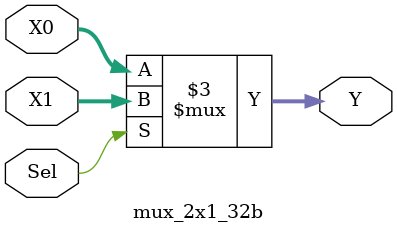
<source format=v>
module mux_2x1_32b(output reg [31:0] Y, input Sel, input [31:0] X0, X1);
	always @(Sel, X0, X1)
		if(Sel) Y = X1;
		else Y = X0;
endmodule

</source>
